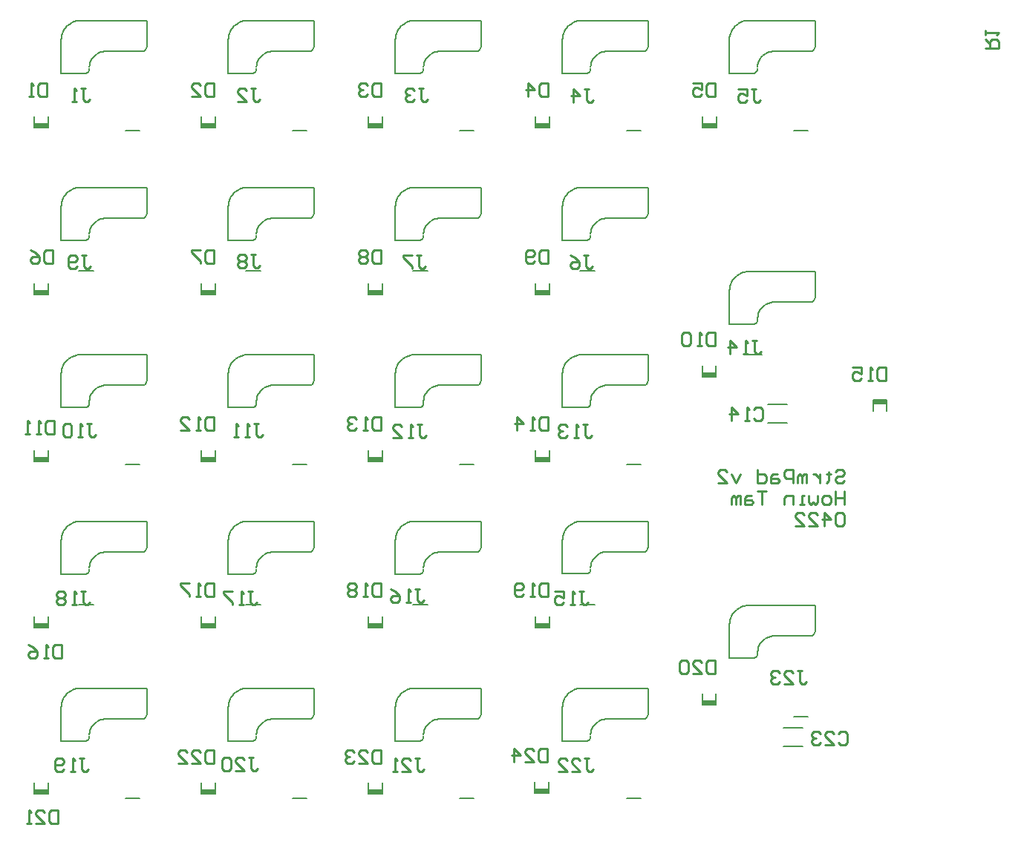
<source format=gbo>
G04*
G04 #@! TF.GenerationSoftware,Altium Limited,Altium Designer,22.1.2 (22)*
G04*
G04 Layer_Color=32896*
%FSLAX25Y25*%
%MOIN*%
G70*
G04*
G04 #@! TF.SameCoordinates,13D69723-E4A8-487E-84B7-24944300FE93*
G04*
G04*
G04 #@! TF.FilePolarity,Positive*
G04*
G01*
G75*
%ADD12C,0.00787*%
%ADD13C,0.01000*%
%ADD46C,0.00591*%
%ADD47R,0.06248X0.02000*%
D12*
X1821161Y677028D02*
Y682028D01*
X1815059Y677028D02*
X1821161D01*
X1815059D02*
Y682028D01*
X1815177Y789035D02*
Y794035D01*
Y789035D02*
X1821280D01*
Y794035D01*
X1739862Y490020D02*
X1745965D01*
Y495020D01*
X1739862Y490020D02*
Y495020D01*
X1665177Y489626D02*
X1671280D01*
Y494626D01*
X1665177Y489626D02*
Y494626D01*
X1590177Y489626D02*
X1596280D01*
Y494626D01*
X1590177Y489626D02*
Y494626D01*
X1515177Y489626D02*
X1521280D01*
Y494626D01*
X1515177Y489626D02*
Y494626D01*
X1815059Y529783D02*
X1821161D01*
Y534784D01*
X1815059Y529783D02*
Y534784D01*
X1740177Y564331D02*
X1746280D01*
Y569331D01*
X1740177Y564331D02*
Y569331D01*
X1665177Y564331D02*
X1671280D01*
Y569331D01*
X1665177Y564331D02*
Y569331D01*
X1590177Y564331D02*
X1596280D01*
Y569331D01*
X1590177Y564331D02*
Y569331D01*
X1515177Y564331D02*
X1521280D01*
Y569331D01*
X1515177Y564331D02*
Y569331D01*
X1891831Y666673D02*
X1897933D01*
X1891831Y661673D02*
Y666673D01*
X1897933Y661673D02*
Y666673D01*
X1740177Y639134D02*
X1746280D01*
Y644134D01*
X1740177Y639134D02*
Y644134D01*
X1665177Y639134D02*
X1671280D01*
Y644134D01*
X1665177Y639134D02*
Y644134D01*
X1590177Y639134D02*
X1596280D01*
Y644134D01*
X1590177Y639134D02*
Y644134D01*
X1515177Y639134D02*
X1521280D01*
Y644134D01*
X1515177Y639134D02*
Y644134D01*
X1740177Y714232D02*
X1746280D01*
Y719232D01*
X1740177Y714232D02*
Y719232D01*
X1665177Y714232D02*
X1671280D01*
Y719232D01*
X1665177Y714232D02*
Y719232D01*
X1590177Y714232D02*
X1596280D01*
Y719232D01*
X1590177Y714232D02*
Y719232D01*
X1515177Y714232D02*
X1521280D01*
Y719232D01*
X1515177Y714232D02*
Y719232D01*
X1740177Y789035D02*
X1746280D01*
Y794035D01*
X1740177Y789035D02*
Y794035D01*
X1665177Y789035D02*
X1671280D01*
Y794035D01*
X1665177Y789035D02*
Y794035D01*
X1590177Y789035D02*
X1596280D01*
Y794035D01*
X1590177Y789035D02*
Y794035D01*
X1515177Y789035D02*
X1521280D01*
Y794035D01*
X1515177Y789035D02*
Y794035D01*
X1851575Y511122D02*
X1860236D01*
X1851575Y519587D02*
X1860236D01*
X1844547Y664919D02*
X1853209D01*
X1844547Y656455D02*
X1853209D01*
D13*
X1874923Y634446D02*
X1875922Y635445D01*
X1877922D01*
X1878921Y634446D01*
Y633446D01*
X1877922Y632446D01*
X1875922D01*
X1874923Y631447D01*
Y630447D01*
X1875922Y629447D01*
X1877922D01*
X1878921Y630447D01*
X1871923Y634446D02*
Y633446D01*
X1872923D01*
X1870924D01*
X1871923D01*
Y630447D01*
X1870924Y629447D01*
X1867925Y633446D02*
Y629447D01*
Y631447D01*
X1866925Y632446D01*
X1865925Y633446D01*
X1864926D01*
X1861927Y629447D02*
Y633446D01*
X1860927D01*
X1859927Y632446D01*
Y629447D01*
Y632446D01*
X1858928Y633446D01*
X1857928Y632446D01*
Y629447D01*
X1855929D02*
Y635445D01*
X1852930D01*
X1851930Y634446D01*
Y632446D01*
X1852930Y631447D01*
X1855929D01*
X1848931Y633446D02*
X1846932D01*
X1845932Y632446D01*
Y629447D01*
X1848931D01*
X1849931Y630447D01*
X1848931Y631447D01*
X1845932D01*
X1839934Y635445D02*
Y629447D01*
X1842933D01*
X1843933Y630447D01*
Y632446D01*
X1842933Y633446D01*
X1839934D01*
X1831936D02*
X1829937Y629447D01*
X1827938Y633446D01*
X1821940Y629447D02*
X1825938D01*
X1821940Y633446D01*
Y634446D01*
X1822939Y635445D01*
X1824939D01*
X1825938Y634446D01*
X1878921Y625848D02*
Y619850D01*
Y622849D01*
X1874923D01*
Y625848D01*
Y619850D01*
X1871923D02*
X1869924D01*
X1868925Y620849D01*
Y622849D01*
X1869924Y623848D01*
X1871923D01*
X1872923Y622849D01*
Y620849D01*
X1871923Y619850D01*
X1866925Y623848D02*
Y620849D01*
X1865925Y619850D01*
X1864926Y620849D01*
X1863926Y619850D01*
X1862926Y620849D01*
Y623848D01*
X1860927Y619850D02*
X1858928D01*
X1859927D01*
Y623848D01*
X1860927D01*
X1855929Y619850D02*
Y623848D01*
X1852930D01*
X1851930Y622849D01*
Y619850D01*
X1843933Y625848D02*
X1839934D01*
X1841933D01*
Y619850D01*
X1836935Y623848D02*
X1834936D01*
X1833936Y622849D01*
Y619850D01*
X1836935D01*
X1837934Y620849D01*
X1836935Y621849D01*
X1833936D01*
X1831936Y619850D02*
Y623848D01*
X1830937D01*
X1829937Y622849D01*
Y619850D01*
Y622849D01*
X1828937Y623848D01*
X1827938Y622849D01*
Y619850D01*
X1878921Y615250D02*
X1877922Y616250D01*
X1875922D01*
X1874923Y615250D01*
Y611252D01*
X1875922Y610252D01*
X1877922D01*
X1878921Y611252D01*
Y615250D01*
X1869924Y610252D02*
Y616250D01*
X1872923Y613251D01*
X1868925D01*
X1862926Y610252D02*
X1866925D01*
X1862926Y614251D01*
Y615250D01*
X1863926Y616250D01*
X1865925D01*
X1866925Y615250D01*
X1856928Y610252D02*
X1860927D01*
X1856928Y614251D01*
Y615250D01*
X1857928Y616250D01*
X1859927D01*
X1860927Y615250D01*
X1837357Y693550D02*
X1839356D01*
X1838357D01*
Y688552D01*
X1839356Y687552D01*
X1840356D01*
X1841356Y688552D01*
X1835358Y687552D02*
X1833358D01*
X1834358D01*
Y693550D01*
X1835358Y692551D01*
X1827360Y687552D02*
Y693550D01*
X1830359Y690551D01*
X1826361D01*
X1761373Y655755D02*
X1763372D01*
X1762373D01*
Y650757D01*
X1763372Y649757D01*
X1764372D01*
X1765372Y650757D01*
X1759373Y649757D02*
X1757374D01*
X1758374D01*
Y655755D01*
X1759373Y654755D01*
X1754375D02*
X1753375Y655755D01*
X1751376D01*
X1750376Y654755D01*
Y653756D01*
X1751376Y652756D01*
X1752376D01*
X1751376D01*
X1750376Y651756D01*
Y650757D01*
X1751376Y649757D01*
X1753375D01*
X1754375Y650757D01*
X1686963Y655755D02*
X1688963D01*
X1687963D01*
Y650757D01*
X1688963Y649757D01*
X1689963D01*
X1690962Y650757D01*
X1684964Y649757D02*
X1682965D01*
X1683964D01*
Y655755D01*
X1684964Y654755D01*
X1675967Y649757D02*
X1679966D01*
X1675967Y653756D01*
Y654755D01*
X1676967Y655755D01*
X1678966D01*
X1679966Y654755D01*
X1613917Y656029D02*
X1615916D01*
X1614916D01*
Y651030D01*
X1615916Y650031D01*
X1616916D01*
X1617915Y651030D01*
X1611917Y650031D02*
X1609918D01*
X1610917D01*
Y656029D01*
X1611917Y655029D01*
X1606919Y650031D02*
X1604919D01*
X1605919D01*
Y656029D01*
X1606919Y655029D01*
X1538932Y656091D02*
X1540931D01*
X1539932D01*
Y651092D01*
X1540931Y650093D01*
X1541931D01*
X1542931Y651092D01*
X1536933Y650093D02*
X1534933D01*
X1535933D01*
Y656091D01*
X1536933Y655091D01*
X1531934D02*
X1530935Y656091D01*
X1528935D01*
X1527936Y655091D01*
Y651092D01*
X1528935Y650093D01*
X1530935D01*
X1531934Y651092D01*
Y655091D01*
X1762266Y505755D02*
X1764266D01*
X1763266D01*
Y500757D01*
X1764266Y499757D01*
X1765265D01*
X1766265Y500757D01*
X1756268Y499757D02*
X1760267D01*
X1756268Y503756D01*
Y504755D01*
X1757268Y505755D01*
X1759267D01*
X1760267Y504755D01*
X1750270Y499757D02*
X1754269D01*
X1750270Y503756D01*
Y504755D01*
X1751270Y505755D01*
X1753269D01*
X1754269Y504755D01*
X1857901Y545198D02*
X1859901D01*
X1858901D01*
Y540200D01*
X1859901Y539200D01*
X1860900D01*
X1861900Y540200D01*
X1851903Y539200D02*
X1855902D01*
X1851903Y543199D01*
Y544198D01*
X1852903Y545198D01*
X1854902D01*
X1855902Y544198D01*
X1849904D02*
X1848904Y545198D01*
X1846905D01*
X1845905Y544198D01*
Y543199D01*
X1846905Y542199D01*
X1847905D01*
X1846905D01*
X1845905Y541199D01*
Y540200D01*
X1846905Y539200D01*
X1848904D01*
X1849904Y540200D01*
X1686070Y505755D02*
X1688069D01*
X1687070D01*
Y500757D01*
X1688069Y499757D01*
X1689069D01*
X1690069Y500757D01*
X1680072Y499757D02*
X1684071D01*
X1680072Y503756D01*
Y504755D01*
X1681071Y505755D01*
X1683071D01*
X1684071Y504755D01*
X1678073Y499757D02*
X1676073D01*
X1677073D01*
Y505755D01*
X1678073Y504755D01*
X1611479Y506149D02*
X1613478D01*
X1612479D01*
Y501150D01*
X1613478Y500151D01*
X1614478D01*
X1615478Y501150D01*
X1605481Y500151D02*
X1609480D01*
X1605481Y504149D01*
Y505149D01*
X1606481Y506149D01*
X1608480D01*
X1609480Y505149D01*
X1603482D02*
X1602482Y506149D01*
X1600483D01*
X1599483Y505149D01*
Y501150D01*
X1600483Y500151D01*
X1602482D01*
X1603482Y501150D01*
Y505149D01*
X1535389Y505755D02*
X1537388D01*
X1536388D01*
Y500757D01*
X1537388Y499757D01*
X1538388D01*
X1539387Y500757D01*
X1533389Y499757D02*
X1531390D01*
X1532390D01*
Y505755D01*
X1533389Y504755D01*
X1528391Y500757D02*
X1527391Y499757D01*
X1525392D01*
X1524392Y500757D01*
Y504755D01*
X1525392Y505755D01*
X1527391D01*
X1528391Y504755D01*
Y503756D01*
X1527391Y502756D01*
X1524392D01*
X1536176Y580952D02*
X1538175D01*
X1537176D01*
Y575953D01*
X1538175Y574954D01*
X1539175D01*
X1540175Y575953D01*
X1534177Y574954D02*
X1532177D01*
X1533177D01*
Y580952D01*
X1534177Y579952D01*
X1529178D02*
X1528179Y580952D01*
X1526179D01*
X1525180Y579952D01*
Y578952D01*
X1526179Y577953D01*
X1525180Y576953D01*
Y575953D01*
X1526179Y574954D01*
X1528179D01*
X1529178Y575953D01*
Y576953D01*
X1528179Y577953D01*
X1529178Y578952D01*
Y579952D01*
X1528179Y577953D02*
X1526179D01*
X1610979Y580952D02*
X1612979D01*
X1611979D01*
Y575953D01*
X1612979Y574954D01*
X1613978D01*
X1614978Y575953D01*
X1608980Y574954D02*
X1606981D01*
X1607980D01*
Y580952D01*
X1608980Y579952D01*
X1603981Y580952D02*
X1599983D01*
Y579952D01*
X1603981Y575953D01*
Y574954D01*
X1686176Y581739D02*
X1688175D01*
X1687176D01*
Y576741D01*
X1688175Y575741D01*
X1689175D01*
X1690175Y576741D01*
X1684177Y575741D02*
X1682177D01*
X1683177D01*
Y581739D01*
X1684177Y580739D01*
X1675180Y581739D02*
X1677179Y580739D01*
X1679178Y578740D01*
Y576741D01*
X1678179Y575741D01*
X1676179D01*
X1675180Y576741D01*
Y577740D01*
X1676179Y578740D01*
X1679178D01*
X1759798Y580952D02*
X1761797D01*
X1760798D01*
Y575953D01*
X1761797Y574954D01*
X1762797D01*
X1763797Y575953D01*
X1757799Y574954D02*
X1755799D01*
X1756799D01*
Y580952D01*
X1757799Y579952D01*
X1748802Y580952D02*
X1752800D01*
Y577953D01*
X1750801Y578952D01*
X1749801D01*
X1748802Y577953D01*
Y575953D01*
X1749801Y574954D01*
X1751801D01*
X1752800Y575953D01*
X1536433Y731918D02*
X1538432D01*
X1537432D01*
Y726920D01*
X1538432Y725920D01*
X1539432D01*
X1540431Y726920D01*
X1534433D02*
X1533434Y725920D01*
X1531434D01*
X1530435Y726920D01*
Y730919D01*
X1531434Y731918D01*
X1533434D01*
X1534433Y730919D01*
Y729919D01*
X1533434Y728919D01*
X1530435D01*
X1612417Y732086D02*
X1614416D01*
X1613417D01*
Y727087D01*
X1614416Y726088D01*
X1615416D01*
X1616416Y727087D01*
X1610418Y731086D02*
X1609418Y732086D01*
X1607419D01*
X1606419Y731086D01*
Y730086D01*
X1607419Y729087D01*
X1606419Y728087D01*
Y727087D01*
X1607419Y726088D01*
X1609418D01*
X1610418Y727087D01*
Y728087D01*
X1609418Y729087D01*
X1610418Y730086D01*
Y731086D01*
X1609418Y729087D02*
X1607419D01*
X1686826Y731821D02*
X1688826D01*
X1687826D01*
Y726823D01*
X1688826Y725823D01*
X1689825D01*
X1690825Y726823D01*
X1684827Y731821D02*
X1680828D01*
Y730821D01*
X1684827Y726823D01*
Y725823D01*
X1761630Y731741D02*
X1763629D01*
X1762629D01*
Y726743D01*
X1763629Y725743D01*
X1764629D01*
X1765628Y726743D01*
X1755631Y731741D02*
X1757631Y730741D01*
X1759630Y728742D01*
Y726743D01*
X1758631Y725743D01*
X1756631D01*
X1755631Y726743D01*
Y727742D01*
X1756631Y728742D01*
X1759630D01*
X1837220Y806542D02*
X1839219D01*
X1838220D01*
Y801544D01*
X1839219Y800544D01*
X1840219D01*
X1841219Y801544D01*
X1831222Y806542D02*
X1835221D01*
Y803543D01*
X1833221Y804543D01*
X1832222D01*
X1831222Y803543D01*
Y801544D01*
X1832222Y800544D01*
X1834221D01*
X1835221Y801544D01*
X1762023Y806542D02*
X1764023D01*
X1763023D01*
Y801544D01*
X1764023Y800544D01*
X1765022D01*
X1766022Y801544D01*
X1757025Y800544D02*
Y806542D01*
X1760024Y803543D01*
X1756025D01*
X1687614Y806936D02*
X1689613D01*
X1688614D01*
Y801938D01*
X1689613Y800938D01*
X1690613D01*
X1691612Y801938D01*
X1685615Y805936D02*
X1684615Y806936D01*
X1682615D01*
X1681616Y805936D01*
Y804937D01*
X1682615Y803937D01*
X1683615D01*
X1682615D01*
X1681616Y802937D01*
Y801938D01*
X1682615Y800938D01*
X1684615D01*
X1685615Y801938D01*
X1612417Y806936D02*
X1614416D01*
X1613417D01*
Y801938D01*
X1614416Y800938D01*
X1615416D01*
X1616416Y801938D01*
X1606419Y800938D02*
X1610418D01*
X1606419Y804937D01*
Y805936D01*
X1607419Y806936D01*
X1609418D01*
X1610418Y805936D01*
X1536220Y806936D02*
X1538220D01*
X1537220D01*
Y801938D01*
X1538220Y800938D01*
X1539219D01*
X1540219Y801938D01*
X1534221Y800938D02*
X1532222D01*
X1533221D01*
Y806936D01*
X1534221Y805936D01*
X1838144Y662432D02*
X1839144Y663432D01*
X1841144D01*
X1842143Y662432D01*
Y658434D01*
X1841144Y657434D01*
X1839144D01*
X1838144Y658434D01*
X1836145Y657434D02*
X1834146D01*
X1835146D01*
Y663432D01*
X1836145Y662432D01*
X1828148Y657434D02*
Y663432D01*
X1831147Y660433D01*
X1827148D01*
X1876046Y516763D02*
X1877046Y517763D01*
X1879045D01*
X1880045Y516763D01*
Y512764D01*
X1879045Y511765D01*
X1877046D01*
X1876046Y512764D01*
X1870048Y511765D02*
X1874047D01*
X1870048Y515764D01*
Y516763D01*
X1871048Y517763D01*
X1873047D01*
X1874047Y516763D01*
X1868048D02*
X1867049Y517763D01*
X1865050D01*
X1864050Y516763D01*
Y515764D01*
X1865050Y514764D01*
X1866049D01*
X1865050D01*
X1864050Y513764D01*
Y512764D01*
X1865050Y511765D01*
X1867049D01*
X1868048Y512764D01*
X1595800Y509598D02*
Y503600D01*
X1592801D01*
X1591801Y504600D01*
Y508598D01*
X1592801Y509598D01*
X1595800D01*
X1585803Y503600D02*
X1589802D01*
X1585803Y507599D01*
Y508598D01*
X1586803Y509598D01*
X1588802D01*
X1589802Y508598D01*
X1579805Y503600D02*
X1583804D01*
X1579805Y507599D01*
Y508598D01*
X1580805Y509598D01*
X1582804D01*
X1583804Y508598D01*
X1670800Y509598D02*
Y503600D01*
X1667801D01*
X1666801Y504600D01*
Y508598D01*
X1667801Y509598D01*
X1670800D01*
X1660803Y503600D02*
X1664802D01*
X1660803Y507599D01*
Y508598D01*
X1661803Y509598D01*
X1663802D01*
X1664802Y508598D01*
X1658804D02*
X1657804Y509598D01*
X1655805D01*
X1654805Y508598D01*
Y507599D01*
X1655805Y506599D01*
X1656804D01*
X1655805D01*
X1654805Y505599D01*
Y504600D01*
X1655805Y503600D01*
X1657804D01*
X1658804Y504600D01*
X1745500Y509998D02*
Y504000D01*
X1742501D01*
X1741501Y505000D01*
Y508998D01*
X1742501Y509998D01*
X1745500D01*
X1735503Y504000D02*
X1739502D01*
X1735503Y507999D01*
Y508998D01*
X1736503Y509998D01*
X1738502D01*
X1739502Y508998D01*
X1730505Y504000D02*
Y509998D01*
X1733504Y506999D01*
X1729505D01*
X1525698Y482330D02*
Y476332D01*
X1522700D01*
X1521700Y477331D01*
Y481330D01*
X1522700Y482330D01*
X1525698D01*
X1515702Y476332D02*
X1519701D01*
X1515702Y480330D01*
Y481330D01*
X1516701Y482330D01*
X1518701D01*
X1519701Y481330D01*
X1513702Y476332D02*
X1511703D01*
X1512703D01*
Y482330D01*
X1513702Y481330D01*
X1595800Y584298D02*
Y578300D01*
X1592801D01*
X1591801Y579300D01*
Y583298D01*
X1592801Y584298D01*
X1595800D01*
X1589802Y578300D02*
X1587803D01*
X1588802D01*
Y584298D01*
X1589802Y583298D01*
X1584804Y584298D02*
X1580805D01*
Y583298D01*
X1584804Y579300D01*
Y578300D01*
X1670800Y584298D02*
Y578300D01*
X1667801D01*
X1666801Y579300D01*
Y583298D01*
X1667801Y584298D01*
X1670800D01*
X1664802Y578300D02*
X1662803D01*
X1663802D01*
Y584298D01*
X1664802Y583298D01*
X1659804D02*
X1658804Y584298D01*
X1656804D01*
X1655805Y583298D01*
Y582299D01*
X1656804Y581299D01*
X1655805Y580299D01*
Y579300D01*
X1656804Y578300D01*
X1658804D01*
X1659804Y579300D01*
Y580299D01*
X1658804Y581299D01*
X1659804Y582299D01*
Y583298D01*
X1658804Y581299D02*
X1656804D01*
X1745800Y584298D02*
Y578300D01*
X1742801D01*
X1741801Y579300D01*
Y583298D01*
X1742801Y584298D01*
X1745800D01*
X1739802Y578300D02*
X1737803D01*
X1738802D01*
Y584298D01*
X1739802Y583298D01*
X1734804Y579300D02*
X1733804Y578300D01*
X1731804D01*
X1730805Y579300D01*
Y583298D01*
X1731804Y584298D01*
X1733804D01*
X1734804Y583298D01*
Y582299D01*
X1733804Y581299D01*
X1730805D01*
X1527576Y556936D02*
Y550938D01*
X1524577D01*
X1523578Y551938D01*
Y555936D01*
X1524577Y556936D01*
X1527576D01*
X1521578Y550938D02*
X1519579D01*
X1520579D01*
Y556936D01*
X1521578Y555936D01*
X1512581Y556936D02*
X1514581Y555936D01*
X1516580Y553937D01*
Y551938D01*
X1515580Y550938D01*
X1513581D01*
X1512581Y551938D01*
Y552937D01*
X1513581Y553937D01*
X1516580D01*
X1595800Y659098D02*
Y653100D01*
X1592801D01*
X1591801Y654100D01*
Y658098D01*
X1592801Y659098D01*
X1595800D01*
X1589802Y653100D02*
X1587803D01*
X1588802D01*
Y659098D01*
X1589802Y658098D01*
X1580805Y653100D02*
X1584804D01*
X1580805Y657099D01*
Y658098D01*
X1581804Y659098D01*
X1583804D01*
X1584804Y658098D01*
X1670800Y659098D02*
Y653100D01*
X1667801D01*
X1666801Y654100D01*
Y658098D01*
X1667801Y659098D01*
X1670800D01*
X1664802Y653100D02*
X1662803D01*
X1663802D01*
Y659098D01*
X1664802Y658098D01*
X1659804D02*
X1658804Y659098D01*
X1656804D01*
X1655805Y658098D01*
Y657099D01*
X1656804Y656099D01*
X1657804D01*
X1656804D01*
X1655805Y655099D01*
Y654100D01*
X1656804Y653100D01*
X1658804D01*
X1659804Y654100D01*
X1745800Y659098D02*
Y653100D01*
X1742801D01*
X1741801Y654100D01*
Y658098D01*
X1742801Y659098D01*
X1745800D01*
X1739802Y653100D02*
X1737803D01*
X1738802D01*
Y659098D01*
X1739802Y658098D01*
X1731804Y653100D02*
Y659098D01*
X1734804Y656099D01*
X1730805D01*
X1524214Y657330D02*
Y651332D01*
X1521215D01*
X1520216Y652331D01*
Y656330D01*
X1521215Y657330D01*
X1524214D01*
X1518216Y651332D02*
X1516217D01*
X1517217D01*
Y657330D01*
X1518216Y656330D01*
X1513218Y651332D02*
X1511219D01*
X1512218D01*
Y657330D01*
X1513218Y656330D01*
X1820700Y696998D02*
Y691000D01*
X1817701D01*
X1816701Y692000D01*
Y695998D01*
X1817701Y696998D01*
X1820700D01*
X1814702Y691000D02*
X1812703D01*
X1813702D01*
Y696998D01*
X1814702Y695998D01*
X1809704D02*
X1808704Y696998D01*
X1806705D01*
X1805705Y695998D01*
Y692000D01*
X1806705Y691000D01*
X1808704D01*
X1809704Y692000D01*
Y695998D01*
X1595800Y734198D02*
Y728200D01*
X1592801D01*
X1591801Y729200D01*
Y733198D01*
X1592801Y734198D01*
X1595800D01*
X1589802D02*
X1585803D01*
Y733198D01*
X1589802Y729200D01*
Y728200D01*
X1670800Y734198D02*
Y728200D01*
X1667801D01*
X1666801Y729200D01*
Y733198D01*
X1667801Y734198D01*
X1670800D01*
X1664802Y733198D02*
X1663802Y734198D01*
X1661803D01*
X1660803Y733198D01*
Y732199D01*
X1661803Y731199D01*
X1660803Y730199D01*
Y729200D01*
X1661803Y728200D01*
X1663802D01*
X1664802Y729200D01*
Y730199D01*
X1663802Y731199D01*
X1664802Y732199D01*
Y733198D01*
X1663802Y731199D02*
X1661803D01*
X1745800Y734198D02*
Y728200D01*
X1742801D01*
X1741801Y729200D01*
Y733198D01*
X1742801Y734198D01*
X1745800D01*
X1739802Y729200D02*
X1738802Y728200D01*
X1736803D01*
X1735803Y729200D01*
Y733198D01*
X1736803Y734198D01*
X1738802D01*
X1739802Y733198D01*
Y732199D01*
X1738802Y731199D01*
X1735803D01*
X1523502Y734101D02*
Y728103D01*
X1520503D01*
X1519504Y729103D01*
Y733102D01*
X1520503Y734101D01*
X1523502D01*
X1513506D02*
X1515505Y733102D01*
X1517504Y731102D01*
Y729103D01*
X1516505Y728103D01*
X1514505D01*
X1513506Y729103D01*
Y730103D01*
X1514505Y731102D01*
X1517504D01*
X1942178Y824840D02*
X1948176D01*
Y827839D01*
X1947177Y828839D01*
X1945177D01*
X1944177Y827839D01*
Y824840D01*
Y826839D02*
X1942178Y828839D01*
Y830838D02*
Y832837D01*
Y831838D01*
X1948176D01*
X1947177Y830838D01*
X1520800Y808998D02*
Y803000D01*
X1517801D01*
X1516801Y804000D01*
Y807998D01*
X1517801Y808998D01*
X1520800D01*
X1514802Y803000D02*
X1512803D01*
X1513802D01*
Y808998D01*
X1514802Y807998D01*
X1820700Y549698D02*
Y543700D01*
X1817701D01*
X1816701Y544700D01*
Y548698D01*
X1817701Y549698D01*
X1820700D01*
X1810703Y543700D02*
X1814702D01*
X1810703Y547699D01*
Y548698D01*
X1811703Y549698D01*
X1813702D01*
X1814702Y548698D01*
X1808704D02*
X1807704Y549698D01*
X1805705D01*
X1804705Y548698D01*
Y544700D01*
X1805705Y543700D01*
X1807704D01*
X1808704Y544700D01*
Y548698D01*
X1897400Y681598D02*
Y675600D01*
X1894401D01*
X1893401Y676600D01*
Y680598D01*
X1894401Y681598D01*
X1897400D01*
X1891402Y675600D02*
X1889403D01*
X1890402D01*
Y681598D01*
X1891402Y680598D01*
X1882405Y681598D02*
X1886404D01*
Y678599D01*
X1884404Y679599D01*
X1883405D01*
X1882405Y678599D01*
Y676600D01*
X1883405Y675600D01*
X1885404D01*
X1886404Y676600D01*
X1820800Y808998D02*
Y803000D01*
X1817801D01*
X1816801Y804000D01*
Y807998D01*
X1817801Y808998D01*
X1820800D01*
X1810803D02*
X1814802D01*
Y805999D01*
X1812803Y806999D01*
X1811803D01*
X1810803Y805999D01*
Y804000D01*
X1811803Y803000D01*
X1813802D01*
X1814802Y804000D01*
X1745800Y808998D02*
Y803000D01*
X1742801D01*
X1741801Y804000D01*
Y807998D01*
X1742801Y808998D01*
X1745800D01*
X1736803Y803000D02*
Y808998D01*
X1739802Y805999D01*
X1735803D01*
X1670800Y808998D02*
Y803000D01*
X1667801D01*
X1666801Y804000D01*
Y807998D01*
X1667801Y808998D01*
X1670800D01*
X1664802Y807998D02*
X1663802Y808998D01*
X1661803D01*
X1660803Y807998D01*
Y806999D01*
X1661803Y805999D01*
X1662803D01*
X1661803D01*
X1660803Y804999D01*
Y804000D01*
X1661803Y803000D01*
X1663802D01*
X1664802Y804000D01*
X1595800Y808998D02*
Y803000D01*
X1592801D01*
X1591801Y804000D01*
Y807998D01*
X1592801Y808998D01*
X1595800D01*
X1585803Y803000D02*
X1589802D01*
X1585803Y806999D01*
Y807998D01*
X1586803Y808998D01*
X1588802D01*
X1589802Y807998D01*
D46*
X1847697Y710697D02*
X1846717Y710684D01*
X1845747Y710544D01*
X1844804Y710278D01*
X1843904Y709892D01*
X1843062Y709391D01*
X1842292Y708784D01*
X1841608Y708083D01*
X1841022Y707298D01*
X1840543Y706443D01*
X1840180Y705533D01*
X1839938Y704583D01*
X1839823Y703610D01*
X1863445Y710697D02*
X1864319Y710831D01*
X1865074Y711290D01*
X1865597Y712003D01*
X1865807Y712862D01*
X1835886Y724476D02*
X1834916Y724422D01*
X1833958Y724259D01*
X1833025Y723990D01*
X1832128Y723619D01*
X1831278Y723149D01*
X1830486Y722587D01*
X1829761Y721940D01*
X1829114Y721215D01*
X1828552Y720423D01*
X1828082Y719573D01*
X1827711Y718676D01*
X1827442Y717742D01*
X1827279Y716785D01*
X1827224Y715815D01*
X1838445Y700854D02*
X1839278Y701289D01*
X1839782Y702081D01*
X1839823Y703020D01*
X1838417Y813551D02*
X1839250Y813985D01*
X1839755Y814778D01*
X1839795Y815716D01*
X1835858Y837173D02*
X1834888Y837119D01*
X1833931Y836956D01*
X1832998Y836687D01*
X1832100Y836316D01*
X1831250Y835846D01*
X1830458Y835284D01*
X1829734Y834636D01*
X1829086Y833912D01*
X1828524Y833120D01*
X1828055Y832270D01*
X1827683Y831373D01*
X1827414Y830439D01*
X1827251Y829482D01*
X1827197Y828512D01*
X1863417Y823394D02*
X1864291Y823528D01*
X1865047Y823987D01*
X1865569Y824700D01*
X1865779Y825559D01*
X1847669Y823394D02*
X1846689Y823381D01*
X1845720Y823241D01*
X1844777Y822975D01*
X1843876Y822588D01*
X1843034Y822088D01*
X1842265Y821481D01*
X1841581Y820779D01*
X1840994Y819995D01*
X1840515Y819140D01*
X1840152Y818230D01*
X1839911Y817280D01*
X1839795Y816307D01*
X1763445Y513583D02*
X1764278Y514017D01*
X1764782Y514810D01*
X1764823Y515748D01*
X1760886Y537205D02*
X1759916Y537150D01*
X1758958Y536988D01*
X1758025Y536719D01*
X1757128Y536347D01*
X1756278Y535877D01*
X1755486Y535315D01*
X1754761Y534668D01*
X1754114Y533944D01*
X1753552Y533151D01*
X1753082Y532301D01*
X1752711Y531404D01*
X1752442Y530471D01*
X1752279Y529513D01*
X1752225Y528543D01*
X1788445Y523425D02*
X1789319Y523560D01*
X1790075Y524019D01*
X1790597Y524732D01*
X1790807Y525591D01*
X1772697Y523425D02*
X1771717Y523413D01*
X1770747Y523272D01*
X1769804Y523006D01*
X1768904Y522620D01*
X1768062Y522119D01*
X1767292Y521513D01*
X1766608Y520811D01*
X1766022Y520026D01*
X1765543Y519171D01*
X1765180Y518261D01*
X1764938Y517312D01*
X1764823Y516339D01*
X1688445Y513583D02*
X1689278Y514017D01*
X1689782Y514810D01*
X1689823Y515748D01*
X1685886Y537205D02*
X1684916Y537150D01*
X1683958Y536988D01*
X1683025Y536719D01*
X1682128Y536347D01*
X1681278Y535877D01*
X1680486Y535315D01*
X1679761Y534668D01*
X1679114Y533944D01*
X1678552Y533151D01*
X1678082Y532301D01*
X1677711Y531404D01*
X1677442Y530471D01*
X1677279Y529513D01*
X1677224Y528543D01*
X1713445Y523425D02*
X1714319Y523560D01*
X1715074Y524019D01*
X1715597Y524732D01*
X1715807Y525591D01*
X1697697Y523425D02*
X1696717Y523413D01*
X1695747Y523272D01*
X1694804Y523006D01*
X1693904Y522620D01*
X1693062Y522119D01*
X1692292Y521513D01*
X1691608Y520811D01*
X1691022Y520026D01*
X1690543Y519171D01*
X1690180Y518261D01*
X1689938Y517312D01*
X1689823Y516339D01*
X1613445Y513583D02*
X1614278Y514017D01*
X1614782Y514810D01*
X1614823Y515748D01*
X1610886Y537205D02*
X1609916Y537150D01*
X1608958Y536988D01*
X1608025Y536719D01*
X1607128Y536347D01*
X1606278Y535877D01*
X1605486Y535315D01*
X1604761Y534668D01*
X1604114Y533944D01*
X1603552Y533151D01*
X1603082Y532301D01*
X1602710Y531404D01*
X1602442Y530471D01*
X1602279Y529513D01*
X1602224Y528543D01*
X1638445Y523425D02*
X1639319Y523560D01*
X1640074Y524019D01*
X1640597Y524732D01*
X1640807Y525591D01*
X1622697Y523425D02*
X1621717Y523413D01*
X1620747Y523272D01*
X1619804Y523006D01*
X1618904Y522620D01*
X1618062Y522119D01*
X1617292Y521513D01*
X1616608Y520811D01*
X1616022Y520026D01*
X1615543Y519171D01*
X1615180Y518261D01*
X1614938Y517312D01*
X1614823Y516339D01*
X1538445Y513583D02*
X1539278Y514017D01*
X1539782Y514810D01*
X1539823Y515748D01*
X1535886Y537205D02*
X1534916Y537150D01*
X1533959Y536988D01*
X1533025Y536719D01*
X1532128Y536347D01*
X1531278Y535877D01*
X1530486Y535315D01*
X1529761Y534668D01*
X1529114Y533944D01*
X1528552Y533151D01*
X1528082Y532301D01*
X1527710Y531404D01*
X1527442Y530471D01*
X1527279Y529513D01*
X1527224Y528543D01*
X1563445Y523425D02*
X1564319Y523560D01*
X1565074Y524019D01*
X1565597Y524732D01*
X1565807Y525591D01*
X1547697Y523425D02*
X1546717Y523413D01*
X1545747Y523272D01*
X1544804Y523006D01*
X1543904Y522620D01*
X1543062Y522119D01*
X1542292Y521513D01*
X1541608Y520811D01*
X1541022Y520026D01*
X1540543Y519171D01*
X1540180Y518261D01*
X1539938Y517312D01*
X1539823Y516339D01*
X1838445Y550854D02*
X1839278Y551289D01*
X1839782Y552081D01*
X1839823Y553020D01*
X1835886Y574476D02*
X1834916Y574422D01*
X1833958Y574259D01*
X1833025Y573990D01*
X1832128Y573619D01*
X1831278Y573149D01*
X1830486Y572587D01*
X1829761Y571940D01*
X1829114Y571215D01*
X1828552Y570423D01*
X1828082Y569573D01*
X1827711Y568676D01*
X1827442Y567742D01*
X1827279Y566785D01*
X1827224Y565815D01*
X1863445Y560697D02*
X1864319Y560831D01*
X1865074Y561290D01*
X1865597Y562003D01*
X1865807Y562862D01*
X1847697Y560697D02*
X1846717Y560684D01*
X1845747Y560544D01*
X1844804Y560278D01*
X1843904Y559892D01*
X1843062Y559391D01*
X1842292Y558784D01*
X1841608Y558083D01*
X1841022Y557298D01*
X1840543Y556443D01*
X1840180Y555533D01*
X1839938Y554583D01*
X1839823Y553610D01*
X1763445Y588642D02*
X1764278Y589076D01*
X1764782Y589868D01*
X1764823Y590807D01*
X1760886Y612264D02*
X1759916Y612209D01*
X1758958Y612047D01*
X1758025Y611778D01*
X1757128Y611406D01*
X1756278Y610936D01*
X1755486Y610374D01*
X1754761Y609727D01*
X1754114Y609003D01*
X1753552Y608211D01*
X1753082Y607360D01*
X1752711Y606463D01*
X1752442Y605530D01*
X1752279Y604572D01*
X1752224Y603602D01*
X1788445Y598484D02*
X1789319Y598619D01*
X1790074Y599078D01*
X1790597Y599791D01*
X1790807Y600650D01*
X1772697Y598484D02*
X1771717Y598472D01*
X1770747Y598331D01*
X1769804Y598066D01*
X1768904Y597679D01*
X1768062Y597178D01*
X1767292Y596572D01*
X1766608Y595870D01*
X1766022Y595085D01*
X1765543Y594230D01*
X1765180Y593320D01*
X1764938Y592371D01*
X1764823Y591398D01*
X1688445Y588583D02*
X1689278Y589017D01*
X1689782Y589810D01*
X1689823Y590748D01*
X1685886Y612205D02*
X1684916Y612150D01*
X1683958Y611988D01*
X1683025Y611719D01*
X1682128Y611347D01*
X1681278Y610877D01*
X1680486Y610315D01*
X1679761Y609668D01*
X1679114Y608944D01*
X1678552Y608151D01*
X1678082Y607301D01*
X1677711Y606404D01*
X1677442Y605471D01*
X1677279Y604513D01*
X1677224Y603543D01*
X1713445Y598425D02*
X1714319Y598560D01*
X1715074Y599019D01*
X1715597Y599732D01*
X1715807Y600591D01*
X1697697Y598425D02*
X1696717Y598413D01*
X1695747Y598272D01*
X1694804Y598006D01*
X1693904Y597620D01*
X1693062Y597119D01*
X1692292Y596513D01*
X1691608Y595811D01*
X1691022Y595026D01*
X1690543Y594171D01*
X1690180Y593261D01*
X1689938Y592312D01*
X1689823Y591339D01*
X1613445Y588583D02*
X1614278Y589017D01*
X1614782Y589810D01*
X1614823Y590748D01*
X1610886Y612205D02*
X1609916Y612150D01*
X1608958Y611988D01*
X1608025Y611719D01*
X1607128Y611347D01*
X1606278Y610877D01*
X1605486Y610315D01*
X1604761Y609668D01*
X1604114Y608944D01*
X1603552Y608151D01*
X1603082Y607301D01*
X1602710Y606404D01*
X1602442Y605471D01*
X1602279Y604513D01*
X1602224Y603543D01*
X1638445Y598425D02*
X1639319Y598560D01*
X1640074Y599019D01*
X1640597Y599732D01*
X1640807Y600591D01*
X1622697Y598425D02*
X1621717Y598413D01*
X1620747Y598272D01*
X1619804Y598006D01*
X1618904Y597620D01*
X1618062Y597119D01*
X1617292Y596513D01*
X1616608Y595811D01*
X1616022Y595026D01*
X1615543Y594171D01*
X1615180Y593261D01*
X1614938Y592312D01*
X1614823Y591339D01*
X1538445Y588583D02*
X1539278Y589017D01*
X1539782Y589810D01*
X1539823Y590748D01*
X1535886Y612205D02*
X1534916Y612150D01*
X1533959Y611988D01*
X1533025Y611719D01*
X1532128Y611347D01*
X1531278Y610877D01*
X1530486Y610315D01*
X1529761Y609668D01*
X1529114Y608944D01*
X1528552Y608151D01*
X1528082Y607301D01*
X1527710Y606404D01*
X1527442Y605471D01*
X1527279Y604513D01*
X1527224Y603543D01*
X1563445Y598425D02*
X1564319Y598560D01*
X1565074Y599019D01*
X1565597Y599732D01*
X1565807Y600591D01*
X1547697Y598425D02*
X1546717Y598413D01*
X1545747Y598272D01*
X1544804Y598006D01*
X1543904Y597620D01*
X1543062Y597119D01*
X1542292Y596513D01*
X1541608Y595811D01*
X1541022Y595026D01*
X1540543Y594171D01*
X1540180Y593261D01*
X1539938Y592312D01*
X1539823Y591339D01*
X1763445Y663484D02*
X1764278Y663918D01*
X1764782Y664711D01*
X1764823Y665650D01*
X1760886Y687106D02*
X1759916Y687052D01*
X1758958Y686889D01*
X1758025Y686620D01*
X1757128Y686249D01*
X1756278Y685779D01*
X1755486Y685217D01*
X1754761Y684569D01*
X1754114Y683845D01*
X1753552Y683053D01*
X1753082Y682203D01*
X1752711Y681306D01*
X1752442Y680372D01*
X1752279Y679415D01*
X1752224Y678445D01*
X1788445Y673327D02*
X1789319Y673461D01*
X1790074Y673920D01*
X1790597Y674633D01*
X1790807Y675492D01*
X1772697Y673327D02*
X1771717Y673314D01*
X1770747Y673174D01*
X1769804Y672908D01*
X1768904Y672521D01*
X1768062Y672021D01*
X1767292Y671414D01*
X1766608Y670713D01*
X1766022Y669928D01*
X1765543Y669073D01*
X1765180Y668163D01*
X1764938Y667213D01*
X1764823Y666240D01*
X1688445Y663484D02*
X1689278Y663918D01*
X1689782Y664711D01*
X1689823Y665650D01*
X1685886Y687106D02*
X1684916Y687052D01*
X1683958Y686889D01*
X1683025Y686620D01*
X1682128Y686249D01*
X1681278Y685779D01*
X1680486Y685217D01*
X1679761Y684569D01*
X1679114Y683845D01*
X1678552Y683053D01*
X1678082Y682203D01*
X1677711Y681306D01*
X1677442Y680372D01*
X1677279Y679415D01*
X1677224Y678445D01*
X1713445Y673327D02*
X1714319Y673461D01*
X1715074Y673920D01*
X1715597Y674633D01*
X1715807Y675492D01*
X1697697Y673327D02*
X1696717Y673314D01*
X1695747Y673174D01*
X1694804Y672908D01*
X1693904Y672521D01*
X1693062Y672021D01*
X1692292Y671414D01*
X1691608Y670713D01*
X1691022Y669928D01*
X1690543Y669073D01*
X1690180Y668163D01*
X1689938Y667213D01*
X1689823Y666240D01*
X1613445Y663484D02*
X1614278Y663918D01*
X1614782Y664711D01*
X1614823Y665650D01*
X1610886Y687106D02*
X1609916Y687052D01*
X1608958Y686889D01*
X1608025Y686620D01*
X1607128Y686249D01*
X1606278Y685779D01*
X1605486Y685217D01*
X1604761Y684569D01*
X1604114Y683845D01*
X1603552Y683053D01*
X1603082Y682203D01*
X1602710Y681306D01*
X1602442Y680372D01*
X1602279Y679415D01*
X1602224Y678445D01*
X1638445Y673327D02*
X1639319Y673461D01*
X1640074Y673920D01*
X1640597Y674633D01*
X1640807Y675492D01*
X1622697Y673327D02*
X1621717Y673314D01*
X1620747Y673174D01*
X1619804Y672908D01*
X1618904Y672521D01*
X1618062Y672021D01*
X1617292Y671414D01*
X1616608Y670713D01*
X1616022Y669928D01*
X1615543Y669073D01*
X1615180Y668163D01*
X1614938Y667213D01*
X1614823Y666240D01*
X1538445Y663484D02*
X1539278Y663918D01*
X1539782Y664711D01*
X1539823Y665650D01*
X1535886Y687106D02*
X1534916Y687052D01*
X1533959Y686889D01*
X1533025Y686620D01*
X1532128Y686249D01*
X1531278Y685779D01*
X1530486Y685217D01*
X1529761Y684569D01*
X1529114Y683845D01*
X1528552Y683053D01*
X1528082Y682203D01*
X1527710Y681306D01*
X1527442Y680372D01*
X1527279Y679415D01*
X1527224Y678445D01*
X1563445Y673327D02*
X1564319Y673461D01*
X1565074Y673920D01*
X1565597Y674633D01*
X1565807Y675492D01*
X1547697Y673327D02*
X1546717Y673314D01*
X1545747Y673174D01*
X1544804Y672908D01*
X1543904Y672521D01*
X1543062Y672021D01*
X1542292Y671414D01*
X1541608Y670713D01*
X1541022Y669928D01*
X1540543Y669073D01*
X1540180Y668163D01*
X1539938Y667213D01*
X1539823Y666240D01*
X1763445Y738583D02*
X1764278Y739017D01*
X1764782Y739810D01*
X1764823Y740748D01*
X1760886Y762205D02*
X1759916Y762150D01*
X1758958Y761988D01*
X1758025Y761719D01*
X1757128Y761347D01*
X1756278Y760877D01*
X1755486Y760315D01*
X1754761Y759668D01*
X1754114Y758944D01*
X1753552Y758151D01*
X1753082Y757301D01*
X1752711Y756404D01*
X1752442Y755471D01*
X1752279Y754513D01*
X1752224Y753543D01*
X1788445Y748425D02*
X1789319Y748560D01*
X1790074Y749019D01*
X1790597Y749732D01*
X1790807Y750591D01*
X1772697Y748425D02*
X1771717Y748413D01*
X1770747Y748272D01*
X1769804Y748006D01*
X1768904Y747620D01*
X1768062Y747119D01*
X1767292Y746513D01*
X1766608Y745811D01*
X1766022Y745026D01*
X1765543Y744171D01*
X1765180Y743261D01*
X1764938Y742312D01*
X1764823Y741339D01*
X1688445Y738583D02*
X1689278Y739017D01*
X1689782Y739810D01*
X1689823Y740748D01*
X1685886Y762205D02*
X1684916Y762150D01*
X1683958Y761988D01*
X1683025Y761719D01*
X1682128Y761347D01*
X1681278Y760877D01*
X1680486Y760315D01*
X1679761Y759668D01*
X1679114Y758944D01*
X1678552Y758151D01*
X1678082Y757301D01*
X1677711Y756404D01*
X1677442Y755471D01*
X1677279Y754513D01*
X1677224Y753543D01*
X1713445Y748425D02*
X1714319Y748560D01*
X1715074Y749019D01*
X1715597Y749732D01*
X1715807Y750591D01*
X1697697Y748425D02*
X1696717Y748413D01*
X1695747Y748272D01*
X1694804Y748006D01*
X1693904Y747620D01*
X1693062Y747119D01*
X1692292Y746513D01*
X1691608Y745811D01*
X1691022Y745026D01*
X1690543Y744171D01*
X1690180Y743261D01*
X1689938Y742312D01*
X1689823Y741339D01*
X1613445Y738583D02*
X1614278Y739017D01*
X1614782Y739810D01*
X1614823Y740748D01*
X1610886Y762205D02*
X1609916Y762150D01*
X1608958Y761988D01*
X1608025Y761719D01*
X1607128Y761347D01*
X1606278Y760877D01*
X1605486Y760315D01*
X1604761Y759668D01*
X1604114Y758944D01*
X1603552Y758151D01*
X1603082Y757301D01*
X1602710Y756404D01*
X1602442Y755471D01*
X1602279Y754513D01*
X1602224Y753543D01*
X1638445Y748425D02*
X1639319Y748560D01*
X1640074Y749019D01*
X1640597Y749732D01*
X1640807Y750591D01*
X1622697Y748425D02*
X1621717Y748413D01*
X1620747Y748272D01*
X1619804Y748006D01*
X1618904Y747620D01*
X1618062Y747119D01*
X1617292Y746513D01*
X1616608Y745811D01*
X1616022Y745026D01*
X1615543Y744171D01*
X1615180Y743261D01*
X1614938Y742312D01*
X1614823Y741339D01*
X1538445Y738583D02*
X1539278Y739017D01*
X1539782Y739810D01*
X1539823Y740748D01*
X1535886Y762205D02*
X1534916Y762150D01*
X1533959Y761988D01*
X1533025Y761719D01*
X1532128Y761347D01*
X1531278Y760877D01*
X1530486Y760315D01*
X1529761Y759668D01*
X1529114Y758944D01*
X1528552Y758151D01*
X1528082Y757301D01*
X1527710Y756404D01*
X1527442Y755471D01*
X1527279Y754513D01*
X1527224Y753543D01*
X1563445Y748425D02*
X1564319Y748560D01*
X1565074Y749019D01*
X1565597Y749732D01*
X1565807Y750591D01*
X1547697Y748425D02*
X1546717Y748413D01*
X1545747Y748272D01*
X1544804Y748006D01*
X1543904Y747620D01*
X1543062Y747119D01*
X1542292Y746513D01*
X1541608Y745811D01*
X1541022Y745026D01*
X1540543Y744171D01*
X1540180Y743261D01*
X1539938Y742312D01*
X1539823Y741339D01*
X1763445Y813551D02*
X1764278Y813985D01*
X1764782Y814778D01*
X1764823Y815716D01*
X1760886Y837173D02*
X1759916Y837119D01*
X1758958Y836956D01*
X1758025Y836687D01*
X1757128Y836316D01*
X1756278Y835846D01*
X1755486Y835284D01*
X1754761Y834636D01*
X1754114Y833912D01*
X1753552Y833120D01*
X1753082Y832270D01*
X1752711Y831373D01*
X1752442Y830439D01*
X1752279Y829482D01*
X1752224Y828512D01*
X1788445Y823394D02*
X1789319Y823528D01*
X1790074Y823987D01*
X1790597Y824700D01*
X1790807Y825559D01*
X1772697Y823394D02*
X1771717Y823381D01*
X1770747Y823241D01*
X1769804Y822975D01*
X1768904Y822588D01*
X1768062Y822088D01*
X1767292Y821481D01*
X1766608Y820779D01*
X1766022Y819995D01*
X1765543Y819140D01*
X1765180Y818230D01*
X1764938Y817280D01*
X1764823Y816307D01*
X1688445Y813551D02*
X1689278Y813985D01*
X1689782Y814778D01*
X1689823Y815716D01*
X1685886Y837173D02*
X1684916Y837119D01*
X1683958Y836956D01*
X1683025Y836687D01*
X1682128Y836316D01*
X1681278Y835846D01*
X1680486Y835284D01*
X1679761Y834636D01*
X1679114Y833912D01*
X1678552Y833120D01*
X1678082Y832270D01*
X1677711Y831373D01*
X1677442Y830439D01*
X1677279Y829482D01*
X1677224Y828512D01*
X1713445Y823394D02*
X1714319Y823528D01*
X1715074Y823987D01*
X1715597Y824700D01*
X1715807Y825559D01*
X1697697Y823394D02*
X1696717Y823381D01*
X1695747Y823241D01*
X1694804Y822975D01*
X1693904Y822588D01*
X1693062Y822088D01*
X1692292Y821481D01*
X1691608Y820779D01*
X1691022Y819995D01*
X1690543Y819140D01*
X1690180Y818230D01*
X1689938Y817280D01*
X1689823Y816307D01*
X1613445Y813551D02*
X1614278Y813985D01*
X1614782Y814778D01*
X1614823Y815716D01*
X1610886Y837173D02*
X1609916Y837119D01*
X1608958Y836956D01*
X1608025Y836687D01*
X1607128Y836316D01*
X1606278Y835846D01*
X1605486Y835284D01*
X1604761Y834636D01*
X1604114Y833912D01*
X1603552Y833120D01*
X1603082Y832270D01*
X1602710Y831373D01*
X1602442Y830439D01*
X1602279Y829482D01*
X1602224Y828512D01*
X1638445Y823394D02*
X1639319Y823528D01*
X1640074Y823987D01*
X1640597Y824700D01*
X1640807Y825559D01*
X1622697Y823394D02*
X1621717Y823381D01*
X1620747Y823241D01*
X1619804Y822975D01*
X1618904Y822588D01*
X1618062Y822088D01*
X1617292Y821481D01*
X1616608Y820779D01*
X1616022Y819995D01*
X1615543Y819140D01*
X1615180Y818230D01*
X1614938Y817280D01*
X1614823Y816307D01*
X1538445Y813551D02*
X1539278Y813985D01*
X1539782Y814778D01*
X1539823Y815716D01*
X1535886Y837173D02*
X1534916Y837119D01*
X1533959Y836956D01*
X1533025Y836687D01*
X1532128Y836316D01*
X1531278Y835846D01*
X1530486Y835284D01*
X1529761Y834636D01*
X1529114Y833912D01*
X1528552Y833120D01*
X1528082Y832270D01*
X1527710Y831373D01*
X1527442Y830439D01*
X1527279Y829482D01*
X1527224Y828512D01*
X1563445Y823394D02*
X1564319Y823528D01*
X1565074Y823987D01*
X1565597Y824700D01*
X1565807Y825559D01*
X1547697Y823394D02*
X1546717Y823381D01*
X1545747Y823241D01*
X1544804Y822975D01*
X1543904Y822588D01*
X1543062Y822088D01*
X1542292Y821481D01*
X1541608Y820779D01*
X1541022Y819995D01*
X1540543Y819140D01*
X1540180Y818230D01*
X1539938Y817280D01*
X1539823Y816307D01*
X1847697Y710697D02*
X1863445D01*
X1865807Y712862D02*
Y724476D01*
X1835886D02*
X1865807D01*
X1827224Y700854D02*
Y715815D01*
Y700854D02*
X1838445D01*
X1827197Y813551D02*
X1838417D01*
X1827197D02*
Y828512D01*
X1835858Y837173D02*
X1865779D01*
Y825559D02*
Y837173D01*
X1847669Y823394D02*
X1863417D01*
X1855965Y524499D02*
X1862559D01*
X1780965Y487795D02*
X1787559D01*
X1705965D02*
X1712559D01*
X1630965D02*
X1637559D01*
X1555965D02*
X1562559D01*
X1535197Y574861D02*
X1541791D01*
X1610197D02*
X1616791D01*
X1685197D02*
X1691791D01*
X1760197D02*
X1766791D01*
X1835197Y687064D02*
X1841791D01*
X1780965Y637688D02*
X1787559D01*
X1705965D02*
X1712559D01*
X1630965D02*
X1637559D01*
X1555965D02*
X1562559D01*
X1535197Y724797D02*
X1541791D01*
X1610197D02*
X1616791D01*
X1685197D02*
X1691791D01*
X1760197D02*
X1766791D01*
X1855965Y787758D02*
X1862559D01*
X1780965D02*
X1787559D01*
X1705965D02*
X1712559D01*
X1630965D02*
X1637559D01*
X1555965D02*
X1562559D01*
X1752225Y513583D02*
X1763445D01*
X1752225D02*
Y528543D01*
X1760886Y537205D02*
X1790807D01*
Y525591D02*
Y537205D01*
X1772697Y523425D02*
X1788445D01*
X1677224Y513583D02*
X1688445D01*
X1677224D02*
Y528543D01*
X1685886Y537205D02*
X1715807D01*
Y525591D02*
Y537205D01*
X1697697Y523425D02*
X1713445D01*
X1602224Y513583D02*
X1613445D01*
X1602224D02*
Y528543D01*
X1610886Y537205D02*
X1640807D01*
Y525591D02*
Y537205D01*
X1622697Y523425D02*
X1638445D01*
X1527224Y513583D02*
X1538445D01*
X1527224D02*
Y528543D01*
X1535886Y537205D02*
X1565807D01*
Y525591D02*
Y537205D01*
X1547697Y523425D02*
X1563445D01*
X1827224Y550854D02*
X1838445D01*
X1827224D02*
Y565815D01*
X1835886Y574476D02*
X1865807D01*
Y562862D02*
Y574476D01*
X1847697Y560697D02*
X1863445D01*
X1752224Y588642D02*
X1763445D01*
X1752224D02*
Y603602D01*
X1760886Y612264D02*
X1790807D01*
Y600650D02*
Y612264D01*
X1772697Y598484D02*
X1788445D01*
X1677224Y588583D02*
X1688445D01*
X1677224D02*
Y603543D01*
X1685886Y612205D02*
X1715807D01*
Y600591D02*
Y612205D01*
X1697697Y598425D02*
X1713445D01*
X1602224Y588583D02*
X1613445D01*
X1602224D02*
Y603543D01*
X1610886Y612205D02*
X1640807D01*
Y600591D02*
Y612205D01*
X1622697Y598425D02*
X1638445D01*
X1527224Y588583D02*
X1538445D01*
X1527224D02*
Y603543D01*
X1535886Y612205D02*
X1565807D01*
Y600591D02*
Y612205D01*
X1547697Y598425D02*
X1563445D01*
X1752224Y663484D02*
X1763445D01*
X1752224D02*
Y678445D01*
X1760886Y687106D02*
X1790807D01*
Y675492D02*
Y687106D01*
X1772697Y673327D02*
X1788445D01*
X1677224Y663484D02*
X1688445D01*
X1677224D02*
Y678445D01*
X1685886Y687106D02*
X1715807D01*
Y675492D02*
Y687106D01*
X1697697Y673327D02*
X1713445D01*
X1602224Y663484D02*
X1613445D01*
X1602224D02*
Y678445D01*
X1610886Y687106D02*
X1640807D01*
Y675492D02*
Y687106D01*
X1622697Y673327D02*
X1638445D01*
X1527224Y663484D02*
X1538445D01*
X1527224D02*
Y678445D01*
X1535886Y687106D02*
X1565807D01*
Y675492D02*
Y687106D01*
X1547697Y673327D02*
X1563445D01*
X1752224Y738583D02*
X1763445D01*
X1752224D02*
Y753543D01*
X1760886Y762205D02*
X1790807D01*
Y750591D02*
Y762205D01*
X1772697Y748425D02*
X1788445D01*
X1677224Y738583D02*
X1688445D01*
X1677224D02*
Y753543D01*
X1685886Y762205D02*
X1715807D01*
Y750591D02*
Y762205D01*
X1697697Y748425D02*
X1713445D01*
X1602224Y738583D02*
X1613445D01*
X1602224D02*
Y753543D01*
X1610886Y762205D02*
X1640807D01*
Y750591D02*
Y762205D01*
X1622697Y748425D02*
X1638445D01*
X1527224Y738583D02*
X1538445D01*
X1527224D02*
Y753543D01*
X1535886Y762205D02*
X1565807D01*
Y750591D02*
Y762205D01*
X1547697Y748425D02*
X1563445D01*
X1752224Y813551D02*
X1763445D01*
X1752224D02*
Y828512D01*
X1760886Y837173D02*
X1790807D01*
Y825559D02*
Y837173D01*
X1772697Y823394D02*
X1788445D01*
X1677224Y813551D02*
X1688445D01*
X1677224D02*
Y828512D01*
X1685886Y837173D02*
X1715807D01*
Y825559D02*
Y837173D01*
X1697697Y823394D02*
X1713445D01*
X1602224Y813551D02*
X1613445D01*
X1602224D02*
Y828512D01*
X1610886Y837173D02*
X1640807D01*
Y825559D02*
Y837173D01*
X1622697Y823394D02*
X1638445D01*
X1527224Y813551D02*
X1538445D01*
X1527224D02*
Y828512D01*
X1535886Y837173D02*
X1565807D01*
Y825559D02*
Y837173D01*
X1547697Y823394D02*
X1563445D01*
D47*
X1818234Y678028D02*
D03*
X1818352Y790035D02*
D03*
X1743037Y491020D02*
D03*
X1668352Y490626D02*
D03*
X1593352D02*
D03*
X1518352D02*
D03*
X1818234Y530784D02*
D03*
X1743352Y565331D02*
D03*
X1668352D02*
D03*
X1593352D02*
D03*
X1518352D02*
D03*
X1894758Y665673D02*
D03*
X1743352Y640134D02*
D03*
X1668352D02*
D03*
X1593352D02*
D03*
X1518352D02*
D03*
X1743352Y715232D02*
D03*
X1668352D02*
D03*
X1593352D02*
D03*
X1518352D02*
D03*
X1743352Y790035D02*
D03*
X1668352D02*
D03*
X1593352D02*
D03*
X1518352D02*
D03*
M02*

</source>
